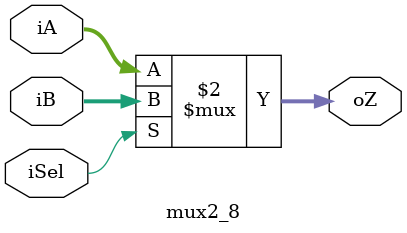
<source format=v>
module mux2_8(iA, iB, iSel, oZ);
    input [7:0] iA, iB;
    input iSel;
    output [7:0] oZ;

    assign oZ = (iSel == 0) ? iA : iB;

endmodule   // mux2_8

</source>
